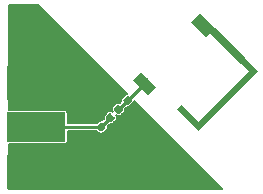
<source format=gtl>
G04 #@! TF.GenerationSoftware,KiCad,Pcbnew,5.0.2-bee76a0~70~ubuntu16.04.1*
G04 #@! TF.CreationDate,2019-02-25T16:09:05-05:00*
G04 #@! TF.ProjectId,ant1,616e7431-2e6b-4696-9361-645f70636258,rev?*
G04 #@! TF.SameCoordinates,Original*
G04 #@! TF.FileFunction,Copper,L1,Top*
G04 #@! TF.FilePolarity,Positive*
%FSLAX46Y46*%
G04 Gerber Fmt 4.6, Leading zero omitted, Abs format (unit mm)*
G04 Created by KiCad (PCBNEW 5.0.2-bee76a0~70~ubuntu16.04.1) date Mon 25 Feb 2019 04:09:05 PM EST*
%MOMM*%
%LPD*%
G01*
G04 APERTURE LIST*
G04 #@! TA.AperFunction,EtchedComponent*
%ADD10C,0.000010*%
G04 #@! TD*
G04 #@! TA.AperFunction,SMDPad,CuDef*
%ADD11R,5.000000X3.000000*%
G04 #@! TD*
G04 #@! TA.AperFunction,SMDPad,CuDef*
%ADD12R,5.000000X2.500000*%
G04 #@! TD*
G04 #@! TA.AperFunction,SMDPad,CuDef*
%ADD13C,1.000000*%
G04 #@! TD*
G04 #@! TA.AperFunction,Conductor*
%ADD14C,0.100000*%
G04 #@! TD*
G04 #@! TA.AperFunction,SMDPad,CuDef*
%ADD15C,0.590000*%
G04 #@! TD*
G04 #@! TA.AperFunction,ViaPad*
%ADD16C,0.685800*%
G04 #@! TD*
G04 #@! TA.AperFunction,Conductor*
%ADD17C,0.279400*%
G04 #@! TD*
G04 #@! TA.AperFunction,Conductor*
%ADD18C,0.127000*%
G04 #@! TD*
G04 APERTURE END LIST*
D10*
G04 #@! TO.C,AE1*
G36*
X177780918Y-67122560D02*
X178134471Y-66769006D01*
X181740716Y-70375251D01*
X181387162Y-70728804D01*
X177780918Y-67122560D01*
G37*
X177780918Y-67122560D02*
X178134471Y-66769006D01*
X181740716Y-70375251D01*
X181387162Y-70728804D01*
X177780918Y-67122560D01*
G36*
X181387162Y-70728804D02*
X181033609Y-70375251D01*
X176366704Y-75042156D01*
X176720257Y-75395709D01*
X181387162Y-70728804D01*
G37*
X181387162Y-70728804D02*
X181033609Y-70375251D01*
X176366704Y-75042156D01*
X176720257Y-75395709D01*
X181387162Y-70728804D01*
G36*
X174952490Y-73627942D02*
X176366704Y-75042156D01*
X176720257Y-74688602D01*
X175306044Y-73274389D01*
X174952490Y-73627942D01*
G37*
X174952490Y-73627942D02*
X176366704Y-75042156D01*
X176720257Y-74688602D01*
X175306044Y-73274389D01*
X174952490Y-73627942D01*
G04 #@! TD*
D11*
G04 #@! TO.P,J1,1*
G04 #@! TO.N,GND*
X163000000Y-71400000D03*
G04 #@! TO.P,J1,2*
X163000000Y-78900000D03*
D12*
G04 #@! TO.P,J1,5*
G04 #@! TO.N,Net-(J1-Pad1)*
X163000000Y-75150000D03*
G04 #@! TD*
D13*
G04 #@! TO.P,AE1,1*
G04 #@! TO.N,Net-(AE1-Pad1)*
X172194774Y-71435911D03*
D14*
G04 #@! TD*
G04 #@! TO.N,Net-(AE1-Pad1)*
G04 #@! TO.C,AE1*
G36*
X172477617Y-72425860D02*
X171204825Y-71153068D01*
X171911931Y-70445962D01*
X173184723Y-71718754D01*
X172477617Y-72425860D01*
X172477617Y-72425860D01*
G37*
D13*
G04 #@! TO.P,AE1,2*
G04 #@! TO.N,N/C*
X177144521Y-66486164D03*
D14*
G04 #@! TD*
G04 #@! TO.N,N/C*
G04 #@! TO.C,AE1*
G36*
X177427364Y-67476113D02*
X176154572Y-66203321D01*
X176861678Y-65496215D01*
X178134470Y-66769007D01*
X177427364Y-67476113D01*
X177427364Y-67476113D01*
G37*
G04 #@! TO.N,Net-(J1-Pad1)*
G04 #@! TO.C,R1*
G36*
X168560561Y-74750409D02*
X168574879Y-74752533D01*
X168588920Y-74756050D01*
X168602549Y-74760927D01*
X168615634Y-74767116D01*
X168628050Y-74774557D01*
X168639676Y-74783180D01*
X168650401Y-74792901D01*
X168858997Y-75001497D01*
X168868718Y-75012222D01*
X168877341Y-75023848D01*
X168884782Y-75036264D01*
X168890971Y-75049349D01*
X168895848Y-75062978D01*
X168899365Y-75077019D01*
X168901489Y-75091337D01*
X168902199Y-75105795D01*
X168901489Y-75120253D01*
X168899365Y-75134571D01*
X168895848Y-75148612D01*
X168890971Y-75162241D01*
X168884782Y-75175326D01*
X168877341Y-75187742D01*
X168868718Y-75199368D01*
X168858997Y-75210093D01*
X168615045Y-75454045D01*
X168604320Y-75463766D01*
X168592694Y-75472389D01*
X168580278Y-75479830D01*
X168567193Y-75486019D01*
X168553564Y-75490896D01*
X168539523Y-75494413D01*
X168525205Y-75496537D01*
X168510747Y-75497247D01*
X168496289Y-75496537D01*
X168481971Y-75494413D01*
X168467930Y-75490896D01*
X168454301Y-75486019D01*
X168441216Y-75479830D01*
X168428800Y-75472389D01*
X168417174Y-75463766D01*
X168406449Y-75454045D01*
X168197853Y-75245449D01*
X168188132Y-75234724D01*
X168179509Y-75223098D01*
X168172068Y-75210682D01*
X168165879Y-75197597D01*
X168161002Y-75183968D01*
X168157485Y-75169927D01*
X168155361Y-75155609D01*
X168154651Y-75141151D01*
X168155361Y-75126693D01*
X168157485Y-75112375D01*
X168161002Y-75098334D01*
X168165879Y-75084705D01*
X168172068Y-75071620D01*
X168179509Y-75059204D01*
X168188132Y-75047578D01*
X168197853Y-75036853D01*
X168441805Y-74792901D01*
X168452530Y-74783180D01*
X168464156Y-74774557D01*
X168476572Y-74767116D01*
X168489657Y-74760927D01*
X168503286Y-74756050D01*
X168517327Y-74752533D01*
X168531645Y-74750409D01*
X168546103Y-74749699D01*
X168560561Y-74750409D01*
X168560561Y-74750409D01*
G37*
D15*
G04 #@! TD*
G04 #@! TO.P,R1,1*
G04 #@! TO.N,Net-(J1-Pad1)*
X168528425Y-75123473D03*
D14*
G04 #@! TO.N,GND*
G04 #@! TO.C,R1*
G36*
X169246455Y-75436303D02*
X169260773Y-75438427D01*
X169274814Y-75441944D01*
X169288443Y-75446821D01*
X169301528Y-75453010D01*
X169313944Y-75460451D01*
X169325570Y-75469074D01*
X169336295Y-75478795D01*
X169544891Y-75687391D01*
X169554612Y-75698116D01*
X169563235Y-75709742D01*
X169570676Y-75722158D01*
X169576865Y-75735243D01*
X169581742Y-75748872D01*
X169585259Y-75762913D01*
X169587383Y-75777231D01*
X169588093Y-75791689D01*
X169587383Y-75806147D01*
X169585259Y-75820465D01*
X169581742Y-75834506D01*
X169576865Y-75848135D01*
X169570676Y-75861220D01*
X169563235Y-75873636D01*
X169554612Y-75885262D01*
X169544891Y-75895987D01*
X169300939Y-76139939D01*
X169290214Y-76149660D01*
X169278588Y-76158283D01*
X169266172Y-76165724D01*
X169253087Y-76171913D01*
X169239458Y-76176790D01*
X169225417Y-76180307D01*
X169211099Y-76182431D01*
X169196641Y-76183141D01*
X169182183Y-76182431D01*
X169167865Y-76180307D01*
X169153824Y-76176790D01*
X169140195Y-76171913D01*
X169127110Y-76165724D01*
X169114694Y-76158283D01*
X169103068Y-76149660D01*
X169092343Y-76139939D01*
X168883747Y-75931343D01*
X168874026Y-75920618D01*
X168865403Y-75908992D01*
X168857962Y-75896576D01*
X168851773Y-75883491D01*
X168846896Y-75869862D01*
X168843379Y-75855821D01*
X168841255Y-75841503D01*
X168840545Y-75827045D01*
X168841255Y-75812587D01*
X168843379Y-75798269D01*
X168846896Y-75784228D01*
X168851773Y-75770599D01*
X168857962Y-75757514D01*
X168865403Y-75745098D01*
X168874026Y-75733472D01*
X168883747Y-75722747D01*
X169127699Y-75478795D01*
X169138424Y-75469074D01*
X169150050Y-75460451D01*
X169162466Y-75453010D01*
X169175551Y-75446821D01*
X169189180Y-75441944D01*
X169203221Y-75438427D01*
X169217539Y-75436303D01*
X169231997Y-75435593D01*
X169246455Y-75436303D01*
X169246455Y-75436303D01*
G37*
D15*
G04 #@! TD*
G04 #@! TO.P,R1,2*
G04 #@! TO.N,GND*
X169214319Y-75809367D03*
D14*
G04 #@! TO.N,Net-(AE1-Pad1)*
G04 #@! TO.C,R2*
G36*
X169988917Y-73265485D02*
X170003235Y-73267609D01*
X170017276Y-73271126D01*
X170030905Y-73276003D01*
X170043990Y-73282192D01*
X170056406Y-73289633D01*
X170068032Y-73298256D01*
X170078757Y-73307977D01*
X170322709Y-73551929D01*
X170332430Y-73562654D01*
X170341053Y-73574280D01*
X170348494Y-73586696D01*
X170354683Y-73599781D01*
X170359560Y-73613410D01*
X170363077Y-73627451D01*
X170365201Y-73641769D01*
X170365911Y-73656227D01*
X170365201Y-73670685D01*
X170363077Y-73685003D01*
X170359560Y-73699044D01*
X170354683Y-73712673D01*
X170348494Y-73725758D01*
X170341053Y-73738174D01*
X170332430Y-73749800D01*
X170322709Y-73760525D01*
X170114113Y-73969121D01*
X170103388Y-73978842D01*
X170091762Y-73987465D01*
X170079346Y-73994906D01*
X170066261Y-74001095D01*
X170052632Y-74005972D01*
X170038591Y-74009489D01*
X170024273Y-74011613D01*
X170009815Y-74012323D01*
X169995357Y-74011613D01*
X169981039Y-74009489D01*
X169966998Y-74005972D01*
X169953369Y-74001095D01*
X169940284Y-73994906D01*
X169927868Y-73987465D01*
X169916242Y-73978842D01*
X169905517Y-73969121D01*
X169661565Y-73725169D01*
X169651844Y-73714444D01*
X169643221Y-73702818D01*
X169635780Y-73690402D01*
X169629591Y-73677317D01*
X169624714Y-73663688D01*
X169621197Y-73649647D01*
X169619073Y-73635329D01*
X169618363Y-73620871D01*
X169619073Y-73606413D01*
X169621197Y-73592095D01*
X169624714Y-73578054D01*
X169629591Y-73564425D01*
X169635780Y-73551340D01*
X169643221Y-73538924D01*
X169651844Y-73527298D01*
X169661565Y-73516573D01*
X169870161Y-73307977D01*
X169880886Y-73298256D01*
X169892512Y-73289633D01*
X169904928Y-73282192D01*
X169918013Y-73276003D01*
X169931642Y-73271126D01*
X169945683Y-73267609D01*
X169960001Y-73265485D01*
X169974459Y-73264775D01*
X169988917Y-73265485D01*
X169988917Y-73265485D01*
G37*
D15*
G04 #@! TD*
G04 #@! TO.P,R2,1*
G04 #@! TO.N,Net-(AE1-Pad1)*
X169992137Y-73638549D03*
D14*
G04 #@! TO.N,Net-(J1-Pad1)*
G04 #@! TO.C,R2*
G36*
X169303023Y-73951379D02*
X169317341Y-73953503D01*
X169331382Y-73957020D01*
X169345011Y-73961897D01*
X169358096Y-73968086D01*
X169370512Y-73975527D01*
X169382138Y-73984150D01*
X169392863Y-73993871D01*
X169636815Y-74237823D01*
X169646536Y-74248548D01*
X169655159Y-74260174D01*
X169662600Y-74272590D01*
X169668789Y-74285675D01*
X169673666Y-74299304D01*
X169677183Y-74313345D01*
X169679307Y-74327663D01*
X169680017Y-74342121D01*
X169679307Y-74356579D01*
X169677183Y-74370897D01*
X169673666Y-74384938D01*
X169668789Y-74398567D01*
X169662600Y-74411652D01*
X169655159Y-74424068D01*
X169646536Y-74435694D01*
X169636815Y-74446419D01*
X169428219Y-74655015D01*
X169417494Y-74664736D01*
X169405868Y-74673359D01*
X169393452Y-74680800D01*
X169380367Y-74686989D01*
X169366738Y-74691866D01*
X169352697Y-74695383D01*
X169338379Y-74697507D01*
X169323921Y-74698217D01*
X169309463Y-74697507D01*
X169295145Y-74695383D01*
X169281104Y-74691866D01*
X169267475Y-74686989D01*
X169254390Y-74680800D01*
X169241974Y-74673359D01*
X169230348Y-74664736D01*
X169219623Y-74655015D01*
X168975671Y-74411063D01*
X168965950Y-74400338D01*
X168957327Y-74388712D01*
X168949886Y-74376296D01*
X168943697Y-74363211D01*
X168938820Y-74349582D01*
X168935303Y-74335541D01*
X168933179Y-74321223D01*
X168932469Y-74306765D01*
X168933179Y-74292307D01*
X168935303Y-74277989D01*
X168938820Y-74263948D01*
X168943697Y-74250319D01*
X168949886Y-74237234D01*
X168957327Y-74224818D01*
X168965950Y-74213192D01*
X168975671Y-74202467D01*
X169184267Y-73993871D01*
X169194992Y-73984150D01*
X169206618Y-73975527D01*
X169219034Y-73968086D01*
X169232119Y-73961897D01*
X169245748Y-73957020D01*
X169259789Y-73953503D01*
X169274107Y-73951379D01*
X169288565Y-73950669D01*
X169303023Y-73951379D01*
X169303023Y-73951379D01*
G37*
D15*
G04 #@! TD*
G04 #@! TO.P,R2,2*
G04 #@! TO.N,Net-(J1-Pad1)*
X169306243Y-74324443D03*
D14*
G04 #@! TO.N,GND*
G04 #@! TO.C,R3*
G36*
X171509197Y-73173561D02*
X171523515Y-73175685D01*
X171537556Y-73179202D01*
X171551185Y-73184079D01*
X171564270Y-73190268D01*
X171576686Y-73197709D01*
X171588312Y-73206332D01*
X171599037Y-73216053D01*
X171807633Y-73424649D01*
X171817354Y-73435374D01*
X171825977Y-73447000D01*
X171833418Y-73459416D01*
X171839607Y-73472501D01*
X171844484Y-73486130D01*
X171848001Y-73500171D01*
X171850125Y-73514489D01*
X171850835Y-73528947D01*
X171850125Y-73543405D01*
X171848001Y-73557723D01*
X171844484Y-73571764D01*
X171839607Y-73585393D01*
X171833418Y-73598478D01*
X171825977Y-73610894D01*
X171817354Y-73622520D01*
X171807633Y-73633245D01*
X171563681Y-73877197D01*
X171552956Y-73886918D01*
X171541330Y-73895541D01*
X171528914Y-73902982D01*
X171515829Y-73909171D01*
X171502200Y-73914048D01*
X171488159Y-73917565D01*
X171473841Y-73919689D01*
X171459383Y-73920399D01*
X171444925Y-73919689D01*
X171430607Y-73917565D01*
X171416566Y-73914048D01*
X171402937Y-73909171D01*
X171389852Y-73902982D01*
X171377436Y-73895541D01*
X171365810Y-73886918D01*
X171355085Y-73877197D01*
X171146489Y-73668601D01*
X171136768Y-73657876D01*
X171128145Y-73646250D01*
X171120704Y-73633834D01*
X171114515Y-73620749D01*
X171109638Y-73607120D01*
X171106121Y-73593079D01*
X171103997Y-73578761D01*
X171103287Y-73564303D01*
X171103997Y-73549845D01*
X171106121Y-73535527D01*
X171109638Y-73521486D01*
X171114515Y-73507857D01*
X171120704Y-73494772D01*
X171128145Y-73482356D01*
X171136768Y-73470730D01*
X171146489Y-73460005D01*
X171390441Y-73216053D01*
X171401166Y-73206332D01*
X171412792Y-73197709D01*
X171425208Y-73190268D01*
X171438293Y-73184079D01*
X171451922Y-73179202D01*
X171465963Y-73175685D01*
X171480281Y-73173561D01*
X171494739Y-73172851D01*
X171509197Y-73173561D01*
X171509197Y-73173561D01*
G37*
D15*
G04 #@! TD*
G04 #@! TO.P,R3,2*
G04 #@! TO.N,GND*
X171477061Y-73546625D03*
D14*
G04 #@! TO.N,Net-(AE1-Pad1)*
G04 #@! TO.C,R3*
G36*
X170823303Y-72487667D02*
X170837621Y-72489791D01*
X170851662Y-72493308D01*
X170865291Y-72498185D01*
X170878376Y-72504374D01*
X170890792Y-72511815D01*
X170902418Y-72520438D01*
X170913143Y-72530159D01*
X171121739Y-72738755D01*
X171131460Y-72749480D01*
X171140083Y-72761106D01*
X171147524Y-72773522D01*
X171153713Y-72786607D01*
X171158590Y-72800236D01*
X171162107Y-72814277D01*
X171164231Y-72828595D01*
X171164941Y-72843053D01*
X171164231Y-72857511D01*
X171162107Y-72871829D01*
X171158590Y-72885870D01*
X171153713Y-72899499D01*
X171147524Y-72912584D01*
X171140083Y-72925000D01*
X171131460Y-72936626D01*
X171121739Y-72947351D01*
X170877787Y-73191303D01*
X170867062Y-73201024D01*
X170855436Y-73209647D01*
X170843020Y-73217088D01*
X170829935Y-73223277D01*
X170816306Y-73228154D01*
X170802265Y-73231671D01*
X170787947Y-73233795D01*
X170773489Y-73234505D01*
X170759031Y-73233795D01*
X170744713Y-73231671D01*
X170730672Y-73228154D01*
X170717043Y-73223277D01*
X170703958Y-73217088D01*
X170691542Y-73209647D01*
X170679916Y-73201024D01*
X170669191Y-73191303D01*
X170460595Y-72982707D01*
X170450874Y-72971982D01*
X170442251Y-72960356D01*
X170434810Y-72947940D01*
X170428621Y-72934855D01*
X170423744Y-72921226D01*
X170420227Y-72907185D01*
X170418103Y-72892867D01*
X170417393Y-72878409D01*
X170418103Y-72863951D01*
X170420227Y-72849633D01*
X170423744Y-72835592D01*
X170428621Y-72821963D01*
X170434810Y-72808878D01*
X170442251Y-72796462D01*
X170450874Y-72784836D01*
X170460595Y-72774111D01*
X170704547Y-72530159D01*
X170715272Y-72520438D01*
X170726898Y-72511815D01*
X170739314Y-72504374D01*
X170752399Y-72498185D01*
X170766028Y-72493308D01*
X170780069Y-72489791D01*
X170794387Y-72487667D01*
X170808845Y-72486957D01*
X170823303Y-72487667D01*
X170823303Y-72487667D01*
G37*
D15*
G04 #@! TD*
G04 #@! TO.P,R3,1*
G04 #@! TO.N,Net-(AE1-Pad1)*
X170791167Y-72860731D03*
D16*
G04 #@! TO.N,GND*
X164211000Y-78740000D03*
X162560000Y-78740000D03*
X164592000Y-72136000D03*
X162941000Y-72136000D03*
X164592000Y-70866000D03*
X162941000Y-70866000D03*
X161417000Y-72517000D03*
X161417000Y-71628000D03*
X161417000Y-70739000D03*
X169418000Y-75819000D03*
X161163000Y-77851000D03*
X161163000Y-78867000D03*
X161163000Y-79883000D03*
X162179000Y-79883000D03*
X163195000Y-79883000D03*
X164211000Y-79883000D03*
X165227000Y-79883000D03*
X171450000Y-73660000D03*
X172085000Y-74295000D03*
X172720000Y-74930000D03*
X173355000Y-75565000D03*
X174117000Y-76327000D03*
X174879000Y-77089000D03*
X175641000Y-77851000D03*
X176403000Y-78613000D03*
X177165000Y-79375000D03*
X176403000Y-79883000D03*
X175387000Y-79883000D03*
X174371000Y-79883000D03*
X173355000Y-79883000D03*
X172339000Y-79883000D03*
X171323000Y-79883000D03*
X170307000Y-79883000D03*
X169291000Y-79883000D03*
X168275000Y-79883000D03*
X167259000Y-79883000D03*
X166243000Y-79883000D03*
X161417000Y-65405000D03*
X162433000Y-65405000D03*
X163322000Y-65659000D03*
X164084000Y-66294000D03*
X164719000Y-67056000D03*
X165481000Y-67818000D03*
X166243000Y-68580000D03*
X167005000Y-69342000D03*
X167767000Y-70104000D03*
X168529000Y-70866000D03*
X169291000Y-71628000D03*
X169672000Y-72390000D03*
X169037000Y-73152000D03*
X168275000Y-73787000D03*
X167386000Y-74041000D03*
X166497000Y-74041000D03*
X170815000Y-74422000D03*
X170180000Y-75184000D03*
X168529000Y-76200000D03*
X167513000Y-76200000D03*
X166497000Y-76200000D03*
X161671000Y-77089000D03*
X162560000Y-77089000D03*
X163449000Y-77089000D03*
X164338000Y-77089000D03*
X165354000Y-77089000D03*
X166370000Y-77089000D03*
X161417000Y-66294000D03*
X161417000Y-67183000D03*
X161417000Y-68072000D03*
X161417000Y-68961000D03*
X161417000Y-69850000D03*
X161925000Y-73279000D03*
X162814000Y-73279000D03*
X163703000Y-73279000D03*
X164592000Y-73279000D03*
X165481000Y-73279000D03*
X166370000Y-73152000D03*
X162941000Y-67564000D03*
X162941000Y-69215000D03*
X164465000Y-69215000D03*
X166243000Y-70866000D03*
X166243000Y-72136000D03*
X167767000Y-72136000D03*
X165989000Y-78740000D03*
X167894000Y-77851000D03*
X169545000Y-77597000D03*
X171323000Y-76327000D03*
X172847000Y-77470000D03*
X174244000Y-78740000D03*
X171323000Y-78486000D03*
G04 #@! TD*
D17*
G04 #@! TO.N,Net-(AE1-Pad1)*
X172194774Y-71457124D02*
X170791167Y-72860731D01*
X172194774Y-71435911D02*
X172194774Y-71457124D01*
X170013349Y-73638549D02*
X170791167Y-72860731D01*
X169992137Y-73638549D02*
X170013349Y-73638549D01*
G04 #@! TO.N,Net-(J1-Pad1)*
X169306243Y-74345655D02*
X168528425Y-75123473D01*
X169306243Y-74324443D02*
X169306243Y-74345655D01*
X163026527Y-75123473D02*
X163000000Y-75150000D01*
X168528425Y-75123473D02*
X163026527Y-75123473D01*
G04 #@! TD*
D18*
G04 #@! TO.N,GND*
G36*
X178744698Y-80334500D02*
X160765500Y-80334500D01*
X160765500Y-76594232D01*
X165500000Y-76594232D01*
X165574329Y-76579447D01*
X165637343Y-76537343D01*
X165679447Y-76474329D01*
X165694232Y-76400000D01*
X165694232Y-75453673D01*
X168131391Y-75453673D01*
X168269106Y-75591388D01*
X168379972Y-75665466D01*
X168510747Y-75691479D01*
X168641522Y-75665466D01*
X168752388Y-75591388D01*
X168996340Y-75347436D01*
X169070418Y-75236570D01*
X169096431Y-75105795D01*
X169082601Y-75036270D01*
X169242598Y-74876273D01*
X169323921Y-74892449D01*
X169454696Y-74866436D01*
X169565562Y-74792358D01*
X169774158Y-74583762D01*
X169848236Y-74472896D01*
X169874249Y-74342121D01*
X169848236Y-74211346D01*
X169786208Y-74118514D01*
X169879040Y-74180542D01*
X170009815Y-74206555D01*
X170140590Y-74180542D01*
X170251456Y-74106464D01*
X170460052Y-73897868D01*
X170534130Y-73787002D01*
X170560143Y-73656227D01*
X170543967Y-73574904D01*
X170703964Y-73414907D01*
X170773489Y-73428737D01*
X170904264Y-73402724D01*
X171015130Y-73328646D01*
X171259082Y-73084694D01*
X171333160Y-72973828D01*
X171341599Y-72931401D01*
X178744698Y-80334500D01*
X178744698Y-80334500D01*
G37*
X178744698Y-80334500D02*
X160765500Y-80334500D01*
X160765500Y-76594232D01*
X165500000Y-76594232D01*
X165574329Y-76579447D01*
X165637343Y-76537343D01*
X165679447Y-76474329D01*
X165694232Y-76400000D01*
X165694232Y-75453673D01*
X168131391Y-75453673D01*
X168269106Y-75591388D01*
X168379972Y-75665466D01*
X168510747Y-75691479D01*
X168641522Y-75665466D01*
X168752388Y-75591388D01*
X168996340Y-75347436D01*
X169070418Y-75236570D01*
X169096431Y-75105795D01*
X169082601Y-75036270D01*
X169242598Y-74876273D01*
X169323921Y-74892449D01*
X169454696Y-74866436D01*
X169565562Y-74792358D01*
X169774158Y-74583762D01*
X169848236Y-74472896D01*
X169874249Y-74342121D01*
X169848236Y-74211346D01*
X169786208Y-74118514D01*
X169879040Y-74180542D01*
X170009815Y-74206555D01*
X170140590Y-74180542D01*
X170251456Y-74106464D01*
X170460052Y-73897868D01*
X170534130Y-73787002D01*
X170560143Y-73656227D01*
X170543967Y-73574904D01*
X170703964Y-73414907D01*
X170773489Y-73428737D01*
X170904264Y-73402724D01*
X171015130Y-73328646D01*
X171259082Y-73084694D01*
X171333160Y-72973828D01*
X171341599Y-72931401D01*
X178744698Y-80334500D01*
G36*
X170720497Y-72310299D02*
X170678070Y-72318738D01*
X170567204Y-72392816D01*
X170323252Y-72636768D01*
X170249174Y-72747634D01*
X170223161Y-72878409D01*
X170236991Y-72947934D01*
X170091167Y-73093758D01*
X169974459Y-73070543D01*
X169843684Y-73096556D01*
X169732818Y-73170634D01*
X169524222Y-73379230D01*
X169450144Y-73490096D01*
X169424131Y-73620871D01*
X169450144Y-73751646D01*
X169512172Y-73844478D01*
X169419340Y-73782450D01*
X169288565Y-73756437D01*
X169157790Y-73782450D01*
X169046924Y-73856528D01*
X168838328Y-74065124D01*
X168764250Y-74175990D01*
X168738237Y-74306765D01*
X168761452Y-74423473D01*
X168615628Y-74569297D01*
X168546103Y-74555467D01*
X168415328Y-74581480D01*
X168304462Y-74655558D01*
X168166747Y-74793273D01*
X165694232Y-74793273D01*
X165694232Y-73900000D01*
X165679447Y-73825671D01*
X165637343Y-73762657D01*
X165574329Y-73720553D01*
X165500000Y-73705768D01*
X160765500Y-73705768D01*
X160765500Y-64765500D01*
X163175698Y-64765500D01*
X170720497Y-72310299D01*
X170720497Y-72310299D01*
G37*
X170720497Y-72310299D02*
X170678070Y-72318738D01*
X170567204Y-72392816D01*
X170323252Y-72636768D01*
X170249174Y-72747634D01*
X170223161Y-72878409D01*
X170236991Y-72947934D01*
X170091167Y-73093758D01*
X169974459Y-73070543D01*
X169843684Y-73096556D01*
X169732818Y-73170634D01*
X169524222Y-73379230D01*
X169450144Y-73490096D01*
X169424131Y-73620871D01*
X169450144Y-73751646D01*
X169512172Y-73844478D01*
X169419340Y-73782450D01*
X169288565Y-73756437D01*
X169157790Y-73782450D01*
X169046924Y-73856528D01*
X168838328Y-74065124D01*
X168764250Y-74175990D01*
X168738237Y-74306765D01*
X168761452Y-74423473D01*
X168615628Y-74569297D01*
X168546103Y-74555467D01*
X168415328Y-74581480D01*
X168304462Y-74655558D01*
X168166747Y-74793273D01*
X165694232Y-74793273D01*
X165694232Y-73900000D01*
X165679447Y-73825671D01*
X165637343Y-73762657D01*
X165574329Y-73720553D01*
X165500000Y-73705768D01*
X160765500Y-73705768D01*
X160765500Y-64765500D01*
X163175698Y-64765500D01*
X170720497Y-72310299D01*
G04 #@! TD*
M02*

</source>
